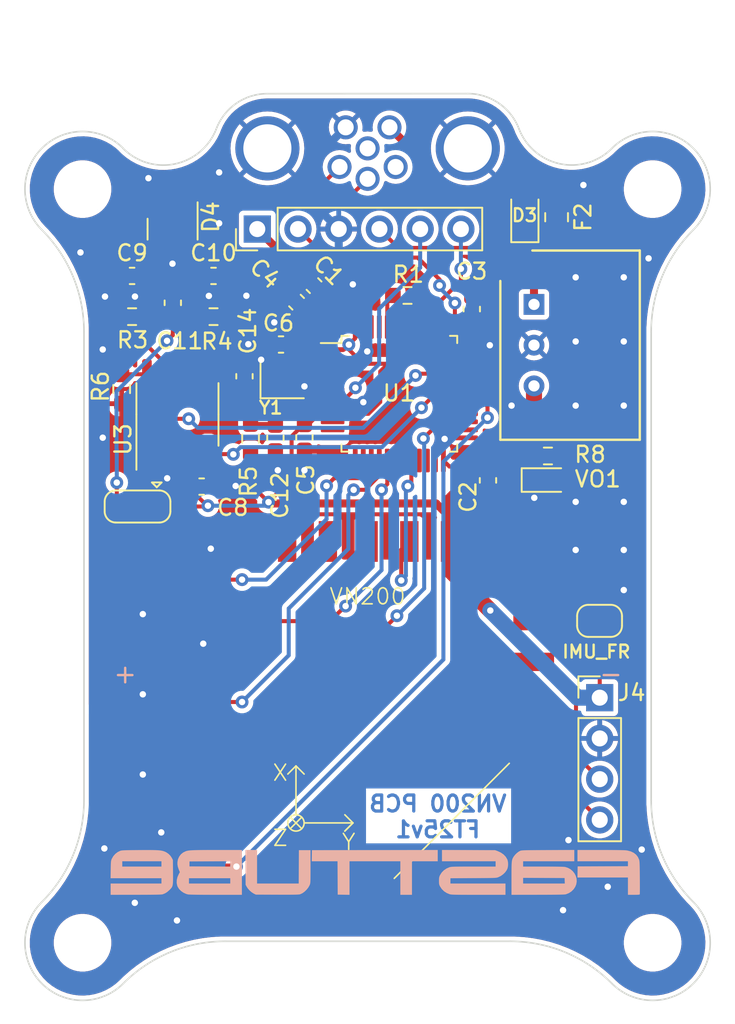
<source format=kicad_pcb>
(kicad_pcb
	(version 20240108)
	(generator "pcbnew")
	(generator_version "8.0")
	(general
		(thickness 1.6)
		(legacy_teardrops no)
	)
	(paper "A4")
	(layers
		(0 "F.Cu" signal)
		(31 "B.Cu" signal)
		(32 "B.Adhes" user "B.Adhesive")
		(33 "F.Adhes" user "F.Adhesive")
		(34 "B.Paste" user)
		(35 "F.Paste" user)
		(36 "B.SilkS" user "B.Silkscreen")
		(37 "F.SilkS" user "F.Silkscreen")
		(38 "B.Mask" user)
		(39 "F.Mask" user)
		(40 "Dwgs.User" user "User.Drawings")
		(41 "Cmts.User" user "User.Comments")
		(42 "Eco1.User" user "User.Eco1")
		(43 "Eco2.User" user "User.Eco2")
		(44 "Edge.Cuts" user)
		(45 "Margin" user)
		(46 "B.CrtYd" user "B.Courtyard")
		(47 "F.CrtYd" user "F.Courtyard")
		(48 "B.Fab" user)
		(49 "F.Fab" user)
		(50 "User.1" user)
		(51 "User.2" user)
		(52 "User.3" user)
		(53 "User.4" user)
		(54 "User.5" user)
		(55 "User.6" user)
		(56 "User.7" user)
		(57 "User.8" user)
		(58 "User.9" user)
	)
	(setup
		(stackup
			(layer "F.SilkS"
				(type "Top Silk Screen")
			)
			(layer "F.Paste"
				(type "Top Solder Paste")
			)
			(layer "F.Mask"
				(type "Top Solder Mask")
				(thickness 0.01)
			)
			(layer "F.Cu"
				(type "copper")
				(thickness 0.035)
			)
			(layer "dielectric 1"
				(type "core")
				(thickness 1.51)
				(material "FR4")
				(epsilon_r 4.5)
				(loss_tangent 0.02)
			)
			(layer "B.Cu"
				(type "copper")
				(thickness 0.035)
			)
			(layer "B.Mask"
				(type "Bottom Solder Mask")
				(thickness 0.01)
			)
			(layer "B.Paste"
				(type "Bottom Solder Paste")
			)
			(layer "B.SilkS"
				(type "Bottom Silk Screen")
			)
			(copper_finish "None")
			(dielectric_constraints no)
		)
		(pad_to_mask_clearance 0)
		(allow_soldermask_bridges_in_footprints no)
		(aux_axis_origin 142.24 63.5)
		(pcbplotparams
			(layerselection 0x00010fc_ffffffff)
			(plot_on_all_layers_selection 0x0000000_00000000)
			(disableapertmacros no)
			(usegerberextensions no)
			(usegerberattributes yes)
			(usegerberadvancedattributes yes)
			(creategerberjobfile no)
			(dashed_line_dash_ratio 12.000000)
			(dashed_line_gap_ratio 3.000000)
			(svgprecision 4)
			(plotframeref no)
			(viasonmask no)
			(mode 1)
			(useauxorigin yes)
			(hpglpennumber 1)
			(hpglpenspeed 20)
			(hpglpendiameter 15.000000)
			(pdf_front_fp_property_popups yes)
			(pdf_back_fp_property_popups yes)
			(dxfpolygonmode yes)
			(dxfimperialunits yes)
			(dxfusepcbnewfont yes)
			(psnegative no)
			(psa4output no)
			(plotreference yes)
			(plotvalue no)
			(plotfptext yes)
			(plotinvisibletext no)
			(sketchpadsonfab no)
			(subtractmaskfromsilk yes)
			(outputformat 1)
			(mirror no)
			(drillshape 0)
			(scaleselection 1)
			(outputdirectory "gerber/")
		)
	)
	(net 0 "")
	(net 1 "Net-(U1-PB2)")
	(net 2 "GND")
	(net 3 "/CAN_H")
	(net 4 "/CAN_L")
	(net 5 "/Vref")
	(net 6 "/NRST")
	(net 7 "/SWCLK")
	(net 8 "/SWDIO")
	(net 9 "/SWO")
	(net 10 "Net-(JP1-A)")
	(net 11 "Net-(U1-BOOT0)")
	(net 12 "Net-(U3-Rs)")
	(net 13 "unconnected-(U1-PC13-Pad2)")
	(net 14 "unconnected-(U1-PC14-Pad3)")
	(net 15 "unconnected-(U1-PC15-Pad4)")
	(net 16 "Net-(U1-PF0)")
	(net 17 "Net-(U1-PF1)")
	(net 18 "unconnected-(U1-PA0-Pad10)")
	(net 19 "unconnected-(U1-PA1-Pad11)")
	(net 20 "unconnected-(U1-PA2-Pad12)")
	(net 21 "unconnected-(U1-PA3-Pad13)")
	(net 22 "unconnected-(U1-PA4-Pad14)")
	(net 23 "Net-(U1-PA5)")
	(net 24 "Net-(U1-PA6)")
	(net 25 "Net-(U1-PA7)")
	(net 26 "unconnected-(U1-PB0-Pad18)")
	(net 27 "unconnected-(U1-PB1-Pad19)")
	(net 28 "unconnected-(VN200-VBAT_RTC-Pad25)")
	(net 29 "unconnected-(U1-PB10-Pad21)")
	(net 30 "unconnected-(U1-PB11-Pad22)")
	(net 31 "unconnected-(U1-PB12-Pad25)")
	(net 32 "unconnected-(U1-PB13-Pad26)")
	(net 33 "unconnected-(U1-PB14-Pad27)")
	(net 34 "unconnected-(U1-PB15-Pad28)")
	(net 35 "unconnected-(U1-PA8-Pad29)")
	(net 36 "Net-(U1-PA9)")
	(net 37 "Net-(U1-PA10)")
	(net 38 "/CAN_RX")
	(net 39 "/CAN_TX")
	(net 40 "Net-(VO1-A)")
	(net 41 "unconnected-(U1-PB4-Pad40)")
	(net 42 "unconnected-(U1-PB5-Pad41)")
	(net 43 "unconnected-(U1-PB6-Pad42)")
	(net 44 "unconnected-(U1-PB7-Pad43)")
	(net 45 "unconnected-(U1-PB8-Pad45)")
	(net 46 "unconnected-(U1-PB9-Pad46)")
	(net 47 "/UART IN")
	(net 48 "/UART OUT")
	(net 49 "unconnected-(VN200-SYNC_OUT-Pad9)")
	(net 50 "unconnected-(VN200-TX1-Pad12)")
	(net 51 "unconnected-(VN200-RX2-Pad13)")
	(net 52 "unconnected-(J2-Pin_6-Pad6)")
	(net 53 "unconnected-(J2-Pin_5-Pad5)")
	(net 54 "Net-(JP3-C)")
	(net 55 "Net-(D3-K)")
	(net 56 "Net-(U2-VIN)")
	(net 57 "+24V")
	(net 58 "unconnected-(U1-PA15-Pad38)")
	(net 59 "+3V3")
	(net 60 "unconnected-(VN200-GPS_PPS-Pad24)")
	(net 61 "unconnected-(VN200-SYNC_IN-Pad22)")
	(footprint "Connector_PinHeader_2.54mm:PinHeader_1x06_P2.54mm_Vertical" (layer "F.Cu") (at 153.139884 65.991173 90))
	(footprint "Capacitor_SMD:C_0603_1608Metric_Pad1.08x0.95mm_HandSolder" (layer "F.Cu") (at 154.27 79.02 -90))
	(footprint "Connector_PinHeader_2.54mm:PinHeader_1x04_P2.54mm_Vertical" (layer "F.Cu") (at 174.5 95.21))
	(footprint "Fuse:Fuse_0805_2012Metric" (layer "F.Cu") (at 171.81 65.2525 -90))
	(footprint (layer "F.Cu") (at 143.14 99))
	(footprint "MountingHole:MountingHole_3.2mm_M3" (layer "F.Cu") (at 177.8 110.49))
	(footprint "Connector_Phoenix_SACC:DSI-M8MS_6CON_M8_L90" (layer "F.Cu") (at 160.02 60.96))
	(footprint "Capacitor_SMD:C_0603_1608Metric_Pad1.08x0.95mm_HandSolder" (layer "F.Cu") (at 166.52 70.98 90))
	(footprint "IMU:VN-200" (layer "F.Cu") (at 160.02 99.06))
	(footprint "MountingHole:MountingHole_3.2mm_M3" (layer "F.Cu") (at 142.24 63.5))
	(footprint "Capacitor_SMD:C_0603_1608Metric_Pad1.08x0.95mm_HandSolder" (layer "F.Cu") (at 149.67 82.049092))
	(footprint "Package_SO:SOIC-8_3.9x4.9mm_P1.27mm" (layer "F.Cu") (at 148.16 77.549092 90))
	(footprint "Capacitor_SMD:C_0603_1608Metric_Pad1.08x0.95mm_HandSolder" (layer "F.Cu") (at 147.87 70.59 90))
	(footprint "Jumper:SolderJumper-3_P1.3mm_Open_RoundedPad1.0x1.5mm" (layer "F.Cu") (at 145.67 83.29 180))
	(footprint "Capacitor_SMD:C_0603_1608Metric_Pad1.08x0.95mm_HandSolder" (layer "F.Cu") (at 167.53 81.66 -90))
	(footprint "Capacitor_SMD:C_0603_1608Metric_Pad1.08x0.95mm_HandSolder" (layer "F.Cu") (at 155.59 70.55 135))
	(footprint "Capacitor_SMD:C_0603_1608Metric_Pad1.08x0.95mm_HandSolder" (layer "F.Cu") (at 150.41 68.9125))
	(footprint "Capacitor_SMD:C_0603_1608Metric_Pad1.08x0.95mm_HandSolder" (layer "F.Cu") (at 156.68 69.52 135))
	(footprint "LED_SMD:LED_0603_1608Metric_Pad1.05x0.95mm_HandSolder" (layer "F.Cu") (at 171.2925 81.64))
	(footprint "Jumper:SolderJumper-2_P1.3mm_Open_RoundedPad1.0x1.5mm" (layer "F.Cu") (at 174.49 90.42))
	(footprint "MountingHole:MountingHole_3.2mm_M3" (layer "F.Cu") (at 177.8 63.5))
	(footprint "Package_QFP:LQFP-48_7x7mm_P0.5mm" (layer "F.Cu") (at 162 76.26))
	(footprint "Resistor_SMD:R_0603_1608Metric_Pad0.98x0.95mm_HandSolder" (layer "F.Cu") (at 162.510628 70.130622 180))
	(footprint "Capacitor_SMD:C_0603_1608Metric" (layer "F.Cu") (at 154.62 73.19))
	(footprint "Crystal:Crystal_SMD_2016-4Pin_2.0x1.6mm" (layer "F.Cu") (at 154.69 75.39))
	(footprint "Capacitor_SMD:C_0603_1608Metric_Pad1.08x0.95mm_HandSolder" (layer "F.Cu") (at 145.33 68.9125))
	(footprint "Diode_SMD:D_SOD-323" (layer "F.Cu") (at 169.83 65.2 90))
	(footprint "Resistor_SMD:R_0603_1608Metric_Pad0.98x0.95mm_HandSolder" (layer "F.Cu") (at 152.72 79.06 90))
	(footprint "Capacitor_SMD:C_0603_1608Metric_Pad1.08x0.95mm_HandSolder" (layer "F.Cu") (at 156.08 78.98 -90))
	(footprint "Package_TO_SOT_SMD:SOT-23" (layer "F.Cu") (at 147.85654 65.998629 -90))
	(footprint "Resistor_SMD:R_0603_1608Metric_Pad0.98x0.95mm_HandSolder" (layer "F.Cu") (at 150.41 71.4525 180))
	(footprint "Resistor_SMD:R_0603_1608Metric_Pad0.98x0.95mm_HandSolder" (layer "F.Cu") (at 144.68 75.966592 90))
	(footprint "FaSTTUBe_Voltage_Regulators:MagI3C-FDSM-SIP-3" (layer "F.Cu") (at 172.882 73.23 -90))
	(footprint "Resistor_SMD:R_0603_1608Metric_Pad0.98x0.95mm_HandSolder" (layer "F.Cu") (at 145.33 71.4525 180))
	(footprint "Resistor_SMD:R_0603_1608Metric_Pad0.98x0.95mm_HandSolder" (layer "F.Cu") (at 171.27 80.14))
	(footprint "MountingHole:MountingHole_3.2mm_M3" (layer "F.Cu") (at 142.24 110.49))
	(footprint "Capacitor_SMD:C_0603_1608Metric" (layer "F.Cu") (at 152.34 75.17 90))
	(footprint "LOGO"
		(layer "B.Cu")
		(uuid "28083054-acf2-48da-aa86-bbc18c66292b")
		(at 160.5 106.07 180)
		(property "Reference" "G***"
			(at 0 0 0)
			(layer "B.SilkS")
			(hide yes)
			(uuid "ce9dc2c3-f6f7-4ece-a880-2d9e406b3fa6")
			(effects
				(font
					(size 1.5 1.5)
					(thickness 0.3)
				)
				(justify mirror)
			)
		)
		(property "Value" "LOGO"
			(at 0.75 0 0)
			(layer "B.SilkS")
			(hide yes)
			(uuid "d5f683b5-6ec4-4c97-a578-7908431613b8")
			(effects
				(font
					(size 1.5 1.5)
					(thickness 0.3)
				)
				(justify mirror)
			)
		)
		(property "Footprint" ""
			(at 0 0 0)
			(layer "F.Fab")
			(hide yes)
			(uuid "8bdf3c80-e812-494c-a24a-bd9936858707")
			(effects
				(font
					(size 1.27 1.27)
					(thickness 0.15)
				)
			)
		)
		(property "Datasheet" ""
			(at 0 0 0)
			(layer "F.Fab")
			(hide yes)
			(uuid "74ddb17c-8a7d-49f2-9428-f511d0fb7908")
			(effects
				(font
					(size 1.27 1.27)
					(thickness 0.15)
				)
			)
		)
		(property "Description" ""
			(at 0 0 0)
			(layer "F.Fab")
			(hide yes)
			(uuid "c9395cb6-ad11-4800-bcb4-a2e8c4730490")
			(effects
				(font
					(size 1.27 1.27)
					(thickness 0.15)
				)
			)
		)
		(attr board_only exclude_from_pos_files exclude_from_bom)
		(fp_poly
			(pts
				(xy 0.027513 1.359202) (xy 3.950867 1.353639) (xy 3.956929 1.006976) (xy 3.96299 0.660312) (xy 3.159267 0.660312)
				(xy 2.355544 0.660312) (xy 2.349826 -0.37968) (xy 2.344108 -1.419671) (xy 1.975434 -1.425706) (xy 1.60676 -1.43174)
				(xy 1.60676 -0.385714) (xy 1.60676 0.660312) (xy 0.022011 0.660312) (xy -1.562738 0.660312) (xy -1.562738 -0.385182)
				(xy -1.562738 -1.430676) (xy -1.925909 -1.430676) (xy -2.289081 -1.430676) (xy -2.289081 -0.385182)
				(xy -2.289081 0.660312) (xy -3.092461 0.660312) (xy -3.89584 0.660312) (xy -3.89584 1.012539) (xy -3.89584 1.364765)
			)
			(stroke
				(width 0)
				(type solid)
			)
			(fill solid)
			(layer "B.SilkS")
			(uuid "884763a6-8287-43c8-a27f-c91dedef9b36")
		)
		(fp_poly
			(pts
				(xy 8.095112 0.280632) (xy 8.088822 -0.80338) (xy 8.025256 -0.924197) (xy 7.946096 -1.043556) (xy 7.838611 -1.163023)
				(xy 7.71643 -1.269389) (xy 7.593185 -1.349442) (xy 7.579157 -1.356561) (xy 7.45052 -1.419671) (xy 6.118891 -1.423976)
				(xy 5.833391 -1.42474) (xy 5.588644 -1.425007) (xy 5.381383 -1.424716) (xy 5.208343 -1.423805) (xy 5.066257 -1.422214)
				(xy 4.951859 -1.419881) (xy 4.861885 -1.416745) (xy 4.793066 -1.412745) (xy 4.742138 -1.407821)
				(xy 4.705835 -1.40191) (xy 4.687529 -1.397201) (xy 4.553748 -1.336714) (xy 4.419041 -1.24243) (xy 4.292697 -1.123371)
				(xy 4.184003 -0.988561) (xy 4.102246 -0.847023) (xy 4.088571 -0.815317) (xy 4.077107 -0.785875)
				(xy 4.06758 -0.756798) (xy 4.059809 -0.723905) (xy 4.053614 -0.683013) (xy 4.048815 -0.629942) (xy 4.045231 -0.560509)
				(xy 4.042682 -0.470533) (xy 4.040987 -0.355832) (xy 4.039967 -0.212224) (xy 4.039441 -0.035527)
				(xy 4.039229 0.17844) (xy 4.039176 0.330156) (xy 4.038909 1.353639) (xy 4.40208 1.353639) (xy 4.765252 1.353639)
				(xy 4.77097 0.313648) (xy 4.776688 -0.726343) (xy 6.075086 -0.726343) (xy 7.373484 -0.726343) (xy 7.373484 0.319151)
				(xy 7.373484 1.364645) (xy 7.737443 1.364645) (xy 8.101402 1.364645)
			)
			(stroke
				(width 0)
				(type solid)
			)
			(fill solid)
			(layer "B.SilkS")
			(uuid "5742558e-5e69-4a3b-ab36-3be7354c490f")
		)
		(fp_poly
			(pts
				(xy -12.611958 1.012478) (xy -12.611958 0.660312) (xy -14.185701 0.660312) (xy -15.759445 0.660312)
				(xy -15.759445 0.506386) (xy -15.759445 0.352459) (xy -14.191204 0.34681) (xy -12.622963 0.341161)
				(xy -12.616902 -0.005503) (xy -12.61084 -0.352167) (xy -14.185143 -0.352167) (xy -15.759445 -0.352167)
				(xy -15.759445 -0.891421) (xy -15.759445 -1.430676) (xy -16.123307 -1.430676) (xy -16.26246 -1.430011)
				(xy -16.363388 -1.427692) (xy -16.431875 -1.423237) (xy -16.473701 -1.416163) (xy -16.494648 -1.405984)
				(xy -16.499232 -1.399241) (xy -16.501518 -1.371371) (xy -16.503285 -1.304018) (xy -16.504521 -1.201718)
				(xy -16.505211 -1.069007) (xy -16.50534 -0.91042) (xy -16.504894 -0.730493) (xy -16.503859 -0.53376)
				(xy -16.502527 -0.35925) (xy -16.500245 -0.116518) (xy -16.497877 0.086304) (xy -16.495254 0.253329)
				(xy -16.492208 0.388669) (xy -16.48857 0.496434) (xy -16.484172 0.580736) (xy -16.478845 0.645688)
				(xy -16.47242 0.6954) (xy -16.464729 0.733984) (xy -16.456514 0.762812) (xy -16.379227 0.932501)
				(xy -16.268069 1.074234) (xy -16.123373 1.18777) (xy -15.945468 1.272869) (xy -15.734685 1.329289)
				(xy -15.662474 1.340952) (xy -15.601264 1.346166) (xy -15.497969 1.350792) (xy -15.354523 1.354803)
				(xy -15.172858 1.358171) (xy -14.954907 1.360866) (xy -14.702602 1.362861) (xy -14.417878 1.364127)
				(xy -14.102665 1.364635) (xy -14.052046 1.364645) (xy -12.611958 1.364645)
			)
			(stroke
				(width 0)
				(type solid)
			)
			(fill solid)
			(layer "B.SilkS")
			(uuid "e5ed03c2-f386-48b7-8885-d395840cfdbf")
		)
		(fp_poly
			(pts
				(xy 10.183098 1.364467) (xy 10.46633 1.36385) (xy 10.711984 1.362663) (xy 10.92328 1.360776) (xy 11.103438 1.358061)
				(xy 11.25568 1.354388) (xy 11.383226 1.349628) (xy 11.489296 1.343651) (xy 11.577111 1.336328) (xy 11.649893 1.32753)
				(xy 11.71086 1.317127) (xy 11.763234 1.30499) (xy 11.810236 1.290989) (xy 11.825999 1.285629) (xy 11.986472 1.207396)
				(xy 12.123285 1.095959) (xy 12.230787 0.957402) (xy 12.303327 0.797808) (xy 12.314094 0.760237)
				(xy 12.341352 0.611229) (xy 12.342435 0.467263) (xy 12.316047 0.317389) (xy 12.260888 0.150657)
				(xy 12.234026 0.085075) (xy 12.190522 -0.016938) (xy 12.255761 -0.135029) (xy 12.33894 -0.321612)
				(xy 12.383582 -0.507621) (xy 12.38925 -0.687989) (xy 12.355512 -0.857649) (xy 12.324414 -0.935442)
				(xy 12.237081 -1.072267) (xy 12.115258 -1.195431) (xy 11.967921 -1.298258) (xy 11.804042 -1.374072)
				(xy 11.691941 -1.405909) (xy 11.647155 -1.411314) (xy 11.566363 -1.416023) (xy 11.44855 -1.420049)
				(xy 11.292702 -1.423406) (xy 11.097804 -1.42611) (xy 10.862842 -1.428174) (xy 10.586799 -1.429613)
				(xy 10.268662 -1.430441) (xy 9.947617 -1.430676) (xy 8.319931 -1.430676) (xy 8.319931 -0.396187)
				(xy 9.046274 -0.396187) (xy 9.046274 -0.561265) (xy 9.046274 -0.726343) (xy 10.333883 -0.726343)
				(xy 11.621491 -0.726343) (xy 11.621491 -0.561265) (xy 11.621491 -0.396187) (xy 10.333883 -0.396187)
				(xy 9.046274 -0.396187) (xy 8.319931 -0.396187) (xy 8.319931 -0.033016) (xy 8.319931 0.660669) (xy 9.046274 0.660669)
				(xy 9.046274 0.495234) (xy 9.046274 0.329798) (xy 10.317375 0.33548) (xy 11.588475 0.341161) (xy 11.588475 0.495234)
				(xy 11.588475 0.649307) (xy 10.317375 0.654988) (xy 9.046274 0.660669) (xy 8.319931 0.660669) (xy 8.319931 1.364645)
				(xy 9.859066 1.364645)
			)
			(stroke
				(width 0)
				(type solid)
			)
			(fill solid)
			(layer "B.SilkS")
			(uuid "7f0a1720-4e70-44f6-bde0-a3d6909caf6a")
		)
		(fp_poly
			(pts
				(xy -10.779592 1.359643) (xy -10.470987 1.358391) (xy -10.203264 1.357144) (xy -9.973289 1.355817)
				(xy -9.777922 1.354325) (xy -9.614028 1.352584) (xy -9.478468 1.350508) (xy -9.368107 1.348012)
				(xy -9.279806 1.345013) (xy -9.210428 1.341424) (xy -9.156837 1.337162) (xy -9.115896 1.332142)
				(xy -9.084466 1.326278) (xy -9.059411 1.319486) (xy -9.039989 1.312613) (xy -8.943578 1.261006)
				(xy -8.838692 1.181472) (xy -8.737632 1.084898) (xy -8.652697 0.982167) (xy -8.63214 0.95168) (xy -8.601965 0.903019)
				(xy -8.576613 0.857319) (xy -8.555664 0.810381) (xy -8.538697 0.758004) (xy -8.525295 0.695986)
				(xy -8.515036 0.620129) (xy -8.507502 0.52623) (xy -8.502273 0.41009) (xy -8.49893 0.267508) (xy -8.497052 0.094284)
				(xy -8.496221 -0.113784) (xy -8.496016 -0.360895) (xy -8.496013 -0.411187) (xy -8.496013 -1.430676)
				(xy -10.141291 -1.428708) (xy -10.471045 -1.428136) (xy -10.759259 -1.427233) (xy -11.008413 -1.425956)
				(xy -11.220987 -1.424262) (xy -11.399461 -1.42211) (xy -11.546315 -1.419456) (xy -11.664029 -1.416258)
				(xy -11.755082 -1.412473) (xy -11.821956 -1.40806) (xy -11.867129 -1.402975) (xy -11.887982 -1.398773)
				(xy -12.072084 -1.327099) (xy -12.234935 -1.221875) (xy -12.371232 -1.08816) (xy -12.475677 -0.931011)
				(xy -12.5362 -0.78023) (xy -12.545352 -0.726343) (xy -11.821435 -0.726343) (xy -10.521896 -0.726343)
				(xy -9.222357 -0.726343) (xy -9.222357 -0.550084) (xy -9.222357 -0.373825) (xy -10.515467 -0.379504)
				(xy -11.808578 -0.385182) (xy -11.815007 -0.555763) (xy -11.821435 -0.726343) (xy -12.545352 -0.726343)
				(xy -12.566607 -0.601198) (xy -12.556485 -0.423907) (xy -12.509184 -0.253625) (xy -12.428055 -0.095623)
				(xy -12.316448 0.044831) (xy -12.177712 0.162466) (xy -12.015198 0.252012) (xy -11.846013 0.305388)
				(xy -11.7936 0.31171) (xy -11.700072 0.317087) (xy -11.564973 0.321528) (xy -11.38785 0.325041)
				(xy -11.168246 0.327635) (xy -10.905709 0.329316) (xy -10.599782 0.330095) (xy -10.475866 0.330156)
				(xy -9.222357 0.330156) (xy -9.222357 0.495234) (xy -9.222357 0.660312) (xy -10.81811 0.660312)
				(xy -12.413864 0.660312) (xy -12.413864 1.013152) (xy -12.413864 1.365992)
			)
			(stroke
				(width 0)
				(type solid)
			)
			(fill solid)
			(layer "B.SilkS")
			(uuid "bbab021f-f57b-4205-a006-fc15e5ffa1d4")
		)
		(fp_poly
			(pts
				(xy 14.542146 1.360743) (xy 14.713952 1.359657) (xy 14.965023 1.357759) (xy 15.176003 1.355752)
				(xy 15.350821 1.353492) (xy 15.493406 1.35083) (xy 15.607687 1.34762) (xy 15.697594 1.343716) (xy 15.767056 1.338972)
				(xy 15.820002 1.333239) (xy 15.860362 1.326373) (xy 15.892064 1.318226) (xy 15.90089 1.315369) (xy 16.065529 1.23732)
				(xy 16.214674 1.123368) (xy 16.340626 0.980936) (xy 16.435686 0.817448) (xy 16.448447 0.787532)
				(xy 16.463418 0.7471) (xy 16.475032 0.704805) (xy 16.483832 0.65424) (xy 16.490358 0.588995) (xy 16.495152 0.502664)
				(xy 16.498753 0.388839) (xy 16.501705 0.241111) (xy 16.503329 0.137565) (xy 16.511238 -0.396187)
				(xy 14.92477 -0.396187) (xy 13.338302 -0.396187) (xy 13.338302 -0.561265) (xy 13.338302 -0.726343)
				(xy 14.923051 -0.726343) (xy 16.507799 -0.726343) (xy 16.507799 -1.07851) (xy 16.507799 -1.430676)
				(xy 14.928553 -1.429204) (xy 14.606997 -1.428723) (xy 14.326926 -1.427892) (xy 14.085805 -1.426666)
				(xy 13.881098 -1.424999) (xy 13.710271 -1.422848) (xy 13.570789 -1.420167) (xy 13.460118 -1.416912)
				(xy 13.375721 -1.413039) (xy 13.315064 -1.408501) (xy 13.275612 -1.403256) (xy 13.261266 -1.399814)
				(xy 13.115016 -1.340945) (xy 12.982205 -1.258539) (xy 12.849698 -1.144218) (xy 12.830024 -1.12479)
				(xy 12.775152 -1.069224) (xy 12.730216 -1.019713) (xy 12.694267 -0.971288) (xy 12.666354 -0.918983)
				(xy 12.645528 -0.85783) (xy 12.630838 -0.782862) (xy 12.621336 -0.689111) (xy 12.61607 -0.57161)
				(xy 12.61409 -0.425391) (xy 12.614448 -0.245487) (xy 12.616193 -0.026931) (xy 12.61
... [309250 chars truncated]
</source>
